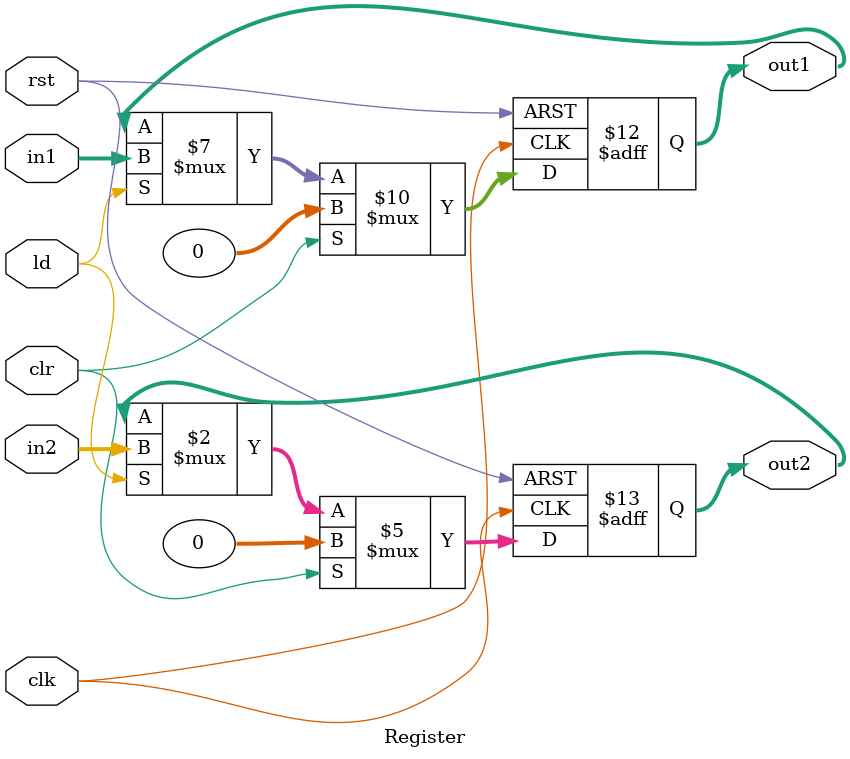
<source format=v>
module Register #(
    parameter N = 32
)(
    input clk, rst,
    input [N-1:0] in1,
    input [N-1:0] in2,
    input ld, clr,
    output reg [N-1:0] out1,
    output reg [N-1:0] out2
);
    always @(posedge clk or posedge rst) begin
        if (rst) begin
            out1 <= {N{1'b0}};
            out2 <= {N{1'b0}};
        end
        else if (clr) begin
            out1 <= {N{1'b0}};
            out2 <= {N{1'b0}};
        end
        else if (ld) begin
            out1 <= in1;
            out2 <= in2;
        end
    end
endmodule


</source>
